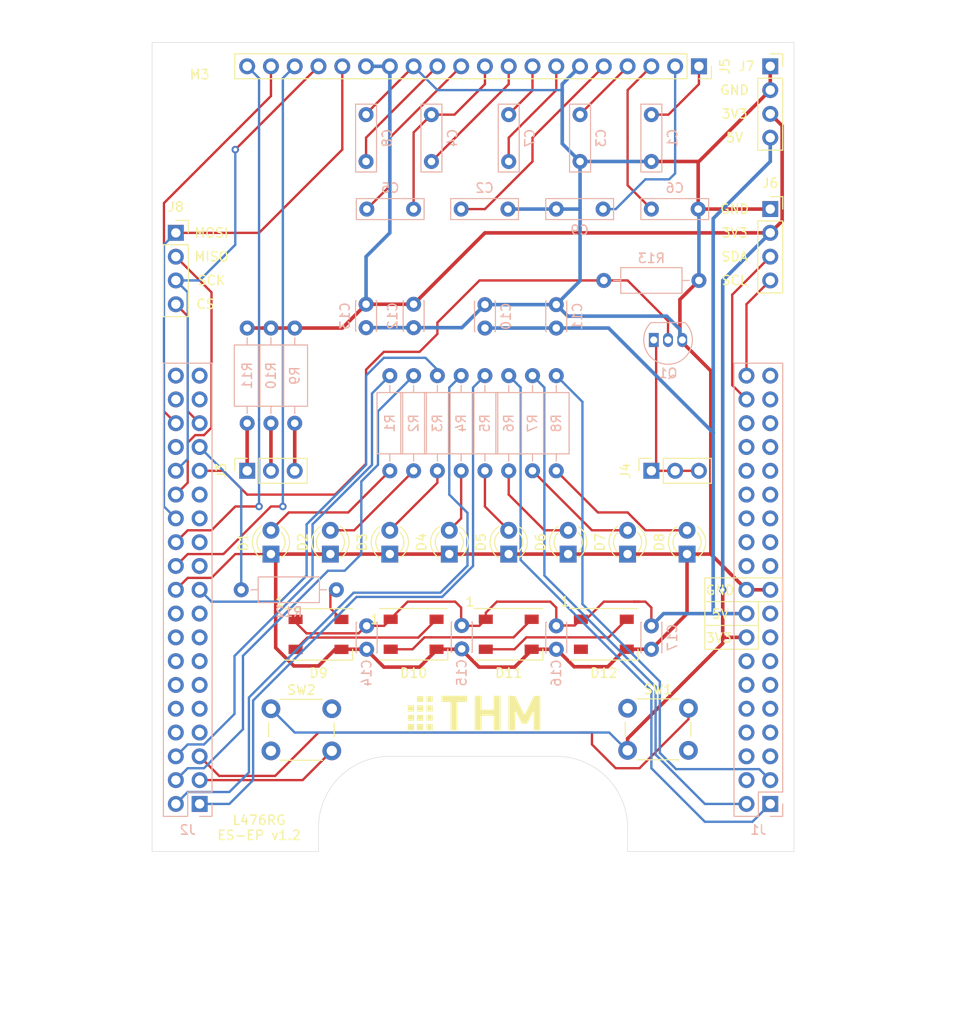
<source format=kicad_pcb>
(kicad_pcb (version 20221018) (generator pcbnew)
  (title_block (title "Embedded Systems Erweiterungsplatine") (date "2024-01-09") (rev "1.3") (company "Technische Hochschule Mittelhessen") (comment 1 "Pascal Pfeiffer"))
  (layers (0 "F.Cu" signal) (31 "B.Cu" signal) (34 "B.Paste" user) (35 "F.Paste" user) (36 "B.SilkS" user "B.Silkscreen") (37 "F.SilkS" user "F.Silkscreen") (38 "B.Mask" user) (39 "F.Mask" user) (44 "Edge.Cuts" user))
  (net 0 "")
  (net 1 "GND")
  (net 2 "Net-(C1-Pad2)")
  (net 3 "Net-(C2-Pad2)")
  (net 4 "Net-(C3-Pad2)")
  (net 5 "Net-(C4-Pad1)")
  (net 6 "Net-(C4-Pad2)")
  (net 7 "Net-(C5-Pad2)")
  (net 8 "Net-(C6-Pad2)")
  (net 9 "Net-(C7-Pad2)")
  (net 10 "Net-(C7-Pad1)")
  (net 11 "Net-(C8-Pad1)")
  (net 12 "Net-(C9-Pad2)")
  (net 13 "+5V")
  (net 14 "+3V3")
  (net 15 "Net-(D1-Pad2)")
  (net 16 "Net-(D2-Pad2)")
  (net 17 "Net-(D3-Pad2)")
  (net 18 "Net-(D4-Pad2)")
  (net 19 "Net-(D5-Pad2)")
  (net 20 "Net-(D6-Pad2)")
  (net 21 "Net-(D7-Pad2)")
  (net 22 "Net-(D8-Pad2)")
  (net 23 "Net-(D10-Pad4)")
  (net 24 "Net-(D9-Pad4)")
  (net 25 "Net-(D10-Pad2)")
  (net 26 "Net-(D11-Pad2)")
  (net 57 "/LED8")
  (net 58 "/LED7")
  (net 59 "/LED6")
  (net 60 "/LED5")
  (net 61 "/LED4")
  (net 62 "Net-(J2-Pad3)")
  (net 63 "/LED2")
  (net 64 "Net-(J2-Pad5)")
  (net 65 "/LED1")
  (net 78 "/LED3")
  (net 80 "/CD_Disp")
  (net 82 "/CS_Disp")
  (net 84 "/MOSI")
  (net 86 "/MISO")
  (net 87 "Net-(J2-Pad29)")
  (net 88 "/SCK")
  (net 89 "Net-(J2-Pad31)")
  (net 91 "/CS_Plug")
  (net 92 "/Rst_Disp")
  (net 97 "Net-(J3-Pad3)")
  (net 98 "Net-(J3-Pad2)")
  (net 99 "Net-(J3-Pad1)")
  (net 100 "Net-(J4-Pad1)")
  (net 101 "/SCL")
  (net 102 "/SDA")
  (footprint "Connector_PinSocket_2.54mm:PinSocket_1x03_P2.54mm_Vertical" (layer "F.Cu") (at 119.38 86.36 90)
    (fp_text reference "J3")
    (fp_text value "Backlight + (1-3)")
  )
  (footprint "Connector_PinSocket_2.54mm:PinSocket_1x03_P2.54mm_Vertical" (layer "F.Cu") (at 162.56 86.36 90)
    (fp_text reference "J4")
    (fp_text value "Backlight - (18-20)")
  )
  (footprint "LED_SMD:LED_WS2812B_PLCC4_5.0x5.0mm_P3.2mm" (layer "F.Cu") (at 137.16 103.81)
    (fp_text reference "D10")
    (fp_text value "WS2812B")
  )
  (footprint "Connector_PinSocket_2.54mm:PinSocket_1x04_P2.54mm_Vertical" (layer "F.Cu") (at 175.26 43.18)
    (fp_text reference "J7")
    (fp_text value "Power")
  )
  (footprint "LED_THT:LED_D3.0mm_Clear" (layer "F.Cu") (at 166.37 95.25 90)
    (fp_text reference "D8")
    (fp_text value "LED")
  )
  (footprint "LED_THT:LED_D3.0mm_Clear" (layer "F.Cu") (at 121.92 95.25 90)
    (fp_text reference "D1")
    (fp_text value "LED")
  )
  (footprint "LED_THT:LED_D3.0mm_Clear" (layer "F.Cu") (at 147.32 95.25 90)
    (fp_text reference "D5")
    (fp_text value "LED")
  )
  (footprint "LED_THT:LED_D3.0mm_Clear" (layer "F.Cu") (at 128.27 95.25 90)
    (fp_text reference "D2")
    (fp_text value "LED")
  )
  (footprint "LED_THT:LED_D3.0mm_Clear" (layer "F.Cu") (at 140.97 95.25 90)
    (fp_text reference "D4")
    (fp_text value "LED")
  )
  (footprint "LED_THT:LED_D3.0mm_Clear" (layer "F.Cu") (at 134.62 95.25 90)
    (fp_text reference "D3")
    (fp_text value "LED")
  )
  (footprint "LED_THT:LED_D3.0mm_Clear" (layer "F.Cu") (at 153.67 95.25 90)
    (fp_text reference "D6")
    (fp_text value "LED")
  )
  (footprint "LED_THT:LED_D3.0mm_Clear" (layer "F.Cu") (at 160.02 95.25 90)
    (fp_text reference "D7")
    (fp_text value "LED")
  )
  (footprint "LED_SMD:LED_WS2812B_PLCC4_5.0x5.0mm_P3.2mm" (layer "F.Cu") (at 157.48 103.81)
    (fp_text reference "D12")
    (fp_text value "WS2812B")
  )
  (footprint "Connector_PinSocket_2.54mm:PinSocket_1x20_P2.54mm_Vertical" (layer "F.Cu") (at 167.64 43.18 -90)
    (fp_text reference "J5")
    (fp_text value "Display")
  )
  (footprint "LED_SMD:LED_WS2812B_PLCC4_5.0x5.0mm_P3.2mm" (layer "F.Cu") (at 147.32 103.81)
    (fp_text reference "D11")
    (fp_text value "WS2812B")
  )
  (footprint "Connector_PinSocket_2.54mm:PinSocket_1x04_P2.54mm_Vertical" (layer "F.Cu") (at 175.26 58.42)
    (fp_text reference "J6")
    (fp_text value "I2C_Plug")
  )
  (footprint "LED_SMD:LED_WS2812B_PLCC4_5.0x5.0mm_P3.2mm" (layer "F.Cu") (at 127 103.8225)
    (fp_text reference "D9")
    (fp_text value "WS2812B")
  )
  (footprint "MountingHole:MountingHole_3.2mm_M3" (layer "F.Cu") (at 114.3 48.26)
    (fp_text reference "M3")
    (fp_text value "MountingHole_3.2mm_M3")
  )
  (footprint "Own_Logos:thm" (layer "F.Cu") (at 143.51 113.03)
    (fp_text reference "G***" hide)
    (fp_text value "LOGO" hide)
  )
  (footprint "Connector_PinSocket_2.54mm:PinSocket_1x04_P2.54mm_Vertical" (layer "F.Cu") (at 111.76 60.96)
    (fp_text reference "J8")
    (fp_text value "SPI_Plug")
  )
  (footprint "Button_Switch_THT:SW_PUSH_6mm_H5mm" (layer "F.Cu") (at 121.92 111.76)
    (fp_text reference "SW2")
    (fp_text value "SW_Push_Dual")
  )
  (footprint "Button_Switch_THT:SW_PUSH_6mm_H5mm" (layer "F.Cu") (at 160.02 111.705)
    (fp_text reference "SW1")
    (fp_text value "SW_Push_Dual")
  )
  (footprint "Resistor_THT:R_Axial_DIN0207_L6.3mm_D2.5mm_P10.16mm_Horizontal" (layer "B.Cu") (at 139.7 76.2 -90)
    (fp_text reference "R3")
    (fp_text value "220R")
  )
  (footprint "Resistor_THT:R_Axial_DIN0207_L6.3mm_D2.5mm_P10.16mm_Horizontal" (layer "B.Cu") (at 142.24 76.2 -90)
    (fp_text reference "R4")
    (fp_text value "220R")
  )
  (footprint "Resistor_THT:R_Axial_DIN0207_L6.3mm_D2.5mm_P10.16mm_Horizontal" (layer "B.Cu") (at 149.86 76.2 -90)
    (fp_text reference "R7")
    (fp_text value "220R")
  )
  (footprint "Capacitor_THT:C_Disc_D3.0mm_W2.0mm_P2.50mm" (layer "B.Cu") (at 152.4 105.41 90)
    (fp_text reference "C16")
    (fp_text value "100nF")
  )
  (footprint "Capacitor_THT:C_Rect_L7.0mm_W2.0mm_P5.00mm" (layer "B.Cu") (at 137.16 58.42 180)
    (fp_text reference "C5")
    (fp_text value "1uF")
  )
  (footprint "Capacitor_THT:C_Rect_L7.0mm_W2.0mm_P5.00mm" (layer "B.Cu") (at 147.24 58.42 180)
    (fp_text reference "C2")
    (fp_text value "1uF")
  )
  (footprint "Package_TO_SOT_THT:TO-92_Inline" (layer "B.Cu") (at 163.068 72.39)
    (fp_text reference "Q1")
    (fp_text value "BS170")
  )
  (footprint "Capacitor_THT:C_Rect_L7.0mm_W2.0mm_P5.00mm" (layer "B.Cu") (at 167.56 58.42 180)
    (fp_text reference "C6")
    (fp_text value "1uF")
  )
  (footprint "Connector_PinSocket_2.54mm:PinSocket_2x19_P2.54mm_Vertical" (layer "B.Cu") (at 175.26 121.92)
    (fp_text reference "J1")
    (fp_text value "CN7")
  )
  (footprint "Resistor_THT:R_Axial_DIN0207_L6.3mm_D2.5mm_P10.16mm_Horizontal" (layer "B.Cu") (at 121.92 71.12 -90)
    (fp_text reference "R10")
    (fp_text value "47R")
  )
  (footprint "Resistor_THT:R_Axial_DIN0207_L6.3mm_D2.5mm_P10.16mm_Horizontal" (layer "B.Cu") (at 124.46 71.12 -90)
    (fp_text reference "R9")
    (fp_text value "47R")
  )
  (footprint "Resistor_THT:R_Axial_DIN0207_L6.3mm_D2.5mm_P10.16mm_Horizontal" (layer "B.Cu") (at 137.16 76.2 -90)
    (fp_text reference "R2")
    (fp_text value "220R")
  )
  (footprint "Resistor_THT:R_Axial_DIN0207_L6.3mm_D2.5mm_P10.16mm_Horizontal" (layer "B.Cu") (at 147.32 76.2 -90)
    (fp_text reference "R6")
    (fp_text value "220R")
  )
  (footprint "Connector_PinSocket_2.54mm:PinSocket_2x19_P2.54mm_Vertical" (layer "B.Cu") (at 114.3 121.92)
    (fp_text reference "J2")
    (fp_text value "CN10")
  )
  (footprint "Capacitor_THT:C_Disc_D3.0mm_W2.0mm_P2.50mm" (layer "B.Cu") (at 162.56 105.41 90)
    (fp_text reference "C17")
    (fp_text value "100nF")
  )
  (footprint "Resistor_THT:R_Axial_DIN0207_L6.3mm_D2.5mm_P10.16mm_Horizontal" (layer "B.Cu") (at 167.64 66.04 180)
    (fp_text reference "R13")
    (fp_text value "100K")
  )
  (footprint "Capacitor_THT:C_Disc_D3.0mm_W2.0mm_P2.50mm" (layer "B.Cu") (at 142.3035 105.37 90)
    (fp_text reference "C15")
    (fp_text value "100nF")
  )
  (footprint "Resistor_THT:R_Axial_DIN0207_L6.3mm_D2.5mm_P10.16mm_Horizontal" (layer "B.Cu") (at 144.78 76.2 -90)
    (fp_text reference "R5")
    (fp_text value "220R")
  )
  (footprint "Resistor_THT:R_Axial_DIN0207_L6.3mm_D2.5mm_P10.16mm_Horizontal" (layer "B.Cu") (at 118.745 99.06)
    (fp_text reference "R12")
    (fp_text value "470R")
  )
  (footprint "Capacitor_THT:C_Disc_D3.0mm_W2.0mm_P2.50mm" (layer "B.Cu") (at 132.08 68.58 -90)
    (fp_text reference "C13")
    (fp_text value "100nF")
  )
  (footprint "Capacitor_THT:C_Disc_D3.0mm_W2.0mm_P2.50mm" (layer "B.Cu") (at 137.16 68.58 -90)
    (fp_text reference "C12")
    (fp_text value "100nF")
  )
  (footprint "Capacitor_THT:C_Rect_L7.0mm_W2.0mm_P5.00mm" (layer "B.Cu") (at 162.56 53.34 90)
    (fp_text reference "C1")
    (fp_text value "1uF")
  )
  (footprint "Capacitor_THT:C_Rect_L7.0mm_W2.0mm_P5.00mm" (layer "B.Cu") (at 154.94 53.34 90)
    (fp_text reference "C3")
    (fp_text value "1uF")
  )
  (footprint "Capacitor_THT:C_Rect_L7.0mm_W2.0mm_P5.00mm" (layer "B.Cu") (at 139.065 53.34 90)
    (fp_text reference "C4")
    (fp_text value "1uF")
  )
  (footprint "Capacitor_THT:C_Rect_L7.0mm_W2.0mm_P5.00mm" (layer "B.Cu") (at 132.08 53.34 90)
    (fp_text reference "C8")
    (fp_text value "1uF")
  )
  (footprint "Capacitor_THT:C_Rect_L7.0mm_W2.0mm_P5.00mm" (layer "B.Cu") (at 147.32 53.34 90)
    (fp_text reference "C7")
    (fp_text value "1uF")
  )
  (footprint "Capacitor_THT:C_Rect_L7.0mm_W2.0mm_P5.00mm" (layer "B.Cu") (at 152.4 58.42)
    (fp_text reference "C9")
    (fp_text value "1uF")
  )
  (footprint "Capacitor_THT:C_Disc_D3.0mm_W2.0mm_P2.50mm" (layer "B.Cu") (at 152.4 71.12 90)
    (fp_text reference "C11")
    (fp_text value "100nF")
  )
  (footprint "Capacitor_THT:C_Disc_D3.0mm_W2.0mm_P2.50mm" (layer "B.Cu") (at 132.1435 105.41 90)
    (fp_text reference "C14")
    (fp_text value "100nF")
  )
  (footprint "Resistor_THT:R_Axial_DIN0207_L6.3mm_D2.5mm_P10.16mm_Horizontal" (layer "B.Cu") (at 134.62 76.2 -90)
    (fp_text reference "R1")
    (fp_text value "220R")
  )
  (footprint "Resistor_THT:R_Axial_DIN0207_L6.3mm_D2.5mm_P10.16mm_Horizontal" (layer "B.Cu") (at 152.4 76.2 -90)
    (fp_text reference "R8")
    (fp_text value "220R")
  )
  (footprint "Capacitor_THT:C_Disc_D3.0mm_W2.0mm_P2.50mm" (layer "B.Cu") (at 144.78 71.12 90)
    (fp_text reference "C10")
    (fp_text value "100nF")
  )
  (footprint "Resistor_THT:R_Axial_DIN0207_L6.3mm_D2.5mm_P10.16mm_Horizontal" (layer "B.Cu") (at 119.38 71.12 -90)
    (fp_text reference "R11")
    (fp_text value "47R")
  )
  (gr_line (start 176.53 97.79) (end 168.275 97.79) (stroke (width 0.12)) (layer "F.SilkS"))
  (gr_line (start 168.275 97.79) (end 168.275 100.33) (stroke (width 0.12)) (layer "F.SilkS"))
  (gr_line (start 168.275 100.33) (end 168.91 100.33) (stroke (width 0.12)) (layer "F.SilkS"))
  (gr_line (start 173.99 105.41) (end 168.275 105.41) (stroke (width 0.12)) (layer "F.SilkS"))
  (gr_line (start 168.275 102.87) (end 173.99 102.87) (stroke (width 0.12)) (layer "F.SilkS"))
  (gr_line (start 168.275 100.33) (end 168.275 102.87) (stroke (width 0.12)) (layer "F.SilkS"))
  (gr_line (start 173.99 102.87) (end 173.99 105.41) (stroke (width 0.12)) (layer "F.SilkS"))
  (gr_line (start 173.99 102.87) (end 173.99 100.33) (stroke (width 0.12)) (layer "F.SilkS"))
  (gr_line (start 176.53 100.33) (end 168.91 100.33) (stroke (width 0.12)) (layer "F.SilkS"))
  (gr_line (start 176.53 97.79) (end 176.53 100.33) (stroke (width 0.12)) (layer "F.SilkS"))
  (gr_line (start 168.275 105.41) (end 168.275 102.87) (stroke (width 0.12)) (layer "F.SilkS"))
  (gr_line (start 127 127) (end 127 124.46) (stroke (width 0.05)) (layer "Edge.Cuts"))
  (gr_line (start 177.8 40.64) (end 109.22 40.64) (stroke (width 0.05)) (layer "Edge.Cuts"))
  (gr_line (start 177.8 127) (end 177.8 40.64) (stroke (width 0.05)) (layer "Edge.Cuts"))
  (gr_arc (start 152.4 116.84) (mid 157.788154 119.071846) (end 160.02 124.46) (stroke (width 0.05)) (layer "Edge.Cuts"))
  (gr_line (start 177.8 127) (end 165.1 127) (stroke (width 0.05)) (layer "Edge.Cuts"))
  (gr_line (start 109.22 121.92) (end 109.22 127) (stroke (width 0.05)) (layer "Edge.Cuts"))
  (gr_arc (start 127 124.46) (mid 129.231846 119.071846) (end 134.62 116.84) (stroke (width 0.05)) (layer "Edge.Cuts"))
  (gr_line (start 109.22 127) (end 127 127) (stroke (width 0.05)) (layer "Edge.Cuts"))
  (gr_line (start 109.22 121.92) (end 109.22 40.64) (stroke (width 0.05)) (layer "Edge.Cuts"))
  (gr_line (start 165.1 127) (end 162.56 127) (stroke (width 0.05)) (layer "Edge.Cuts"))
  (gr_line (start 134.62 116.84) (end 152.4 116.84) (stroke (width 0.05)) (layer "Edge.Cuts"))
  (gr_line (start 160.02 127) (end 160.02 124.46) (stroke (width 0.05)) (layer "Edge.Cuts"))
  (gr_line (start 162.56 127) (end 160.02 127) (stroke (width 0.05)) (layer "Edge.Cuts"))
  (gr_text "5V" (at 171.45 50.8) (layer "F.SilkS") (effects (font (size 1 1))))
  (gr_text "L476RG\nES-EP v1.2" (at 120.65 124.46) (layer "F.SilkS") (effects (font (size 1 1))))
  (gr_text "3V3" (at 171.45 48.26) (layer "F.SilkS") (effects (font (size 1 1))))
  (gr_text "MOSI" (at 115.57 60.96) (layer "F.SilkS") (effects (font (size 1 1))))
  (gr_text "MISO" (at 115.57 63.5) (layer "F.SilkS") (effects (font (size 1 1))))
  (gr_text "GND" (at 171.45 45.72) (layer "F.SilkS") (effects (font (size 1 1))))
  (gr_text "5V" (at 168.91 102.235) (layer "F.SilkS") (effects (font (size 1 1)) (justify left bottom)))
  (gr_text "3V3" (at 171.45 60.96) (layer "F.SilkS") (effects (font (size 1 1))))
  (gr_text "SCL" (at 171.45 66.04) (layer "F.SilkS") (effects (font (size 1 1))))
  (gr_text "CS" (at 114.935 68.58) (layer "F.SilkS") (effects (font (size 1 1))))
  (gr_text "GND" (at 168.275 99.695) (layer "F.SilkS") (effects (font (size 1 1)) (justify left bottom)))
  (gr_text "3V3" (at 168.275 104.775) (layer "F.SilkS") (effects (font (size 1 1)) (justify left bottom)))
  (gr_text "SCK" (at 115.57 66.04) (layer "F.SilkS") (effects (font (size 1 1))))
  (gr_text "SDA" (at 171.45 63.5) (layer "F.SilkS") (effects (font (size 1 1))))
  (gr_text "GND" (at 171.45 58.42) (layer "F.SilkS") (effects (font (size 1 1))))
  (segment (start 129.45 105.4225) (end 128.7655 105.4225) (width 0.381) (layer "F.Cu") (net 1))
  (segment (start 166.37 95.25) (end 160.02 95.25) (width 0.381) (layer "F.Cu") (net 1))
  (segment (start 122.428 95.758) (end 121.92 95.25) (width 0.381) (layer "F.Cu") (net 1))
  (segment (start 133.985 107.315) (end 132.08 105.41) (width 0.381) (layer "F.Cu") (net 1))
  (segment (start 139.61 105.41) (end 139.61 105.5) (width 0.381) (layer "F.Cu") (net 1))
  (segment (start 162.56 53.34) (end 167.48 53.34) (width 0.381) (layer "F.Cu") (net 1))
  (segment (start 147.955 107.315) (end 144.145 107.315) (width 0.381) (layer "F.Cu") (net 1))
  (segment (start 149.77 105.41) (end 149.86 105.41) (width 0.25) (layer "F.Cu") (net 1))
  (segment (start 118.11 95.25) (end 121.92 95.25) (width 0.25) (layer "F.Cu") (net 1))
  (segment (start 149.77 105.5) (end 147.955 107.315) (width 0.381) (layer "F.Cu") (net 1))
  (segment (start 132.08 48.26) (end 132.08 48.3) (width 0.25) (layer "F.Cu") (net 1))
  (segment (start 166.37 95.25) (end 166.37 101.6) (width 0.381) (layer "F.Cu") (net 1))
  (segment (start 166.37 95.25) (end 168.91 95.25) (width 0.381) (layer "F.Cu") (net 1))
  (segment (start 175.26 58.42) (end 167.56 58.42) (width 0.381) (layer "F.Cu") (net 1))
  (segment (start 160.02 95.25) (end 153.67 95.25) (width 0.381) (layer "F.Cu") (net 1))
  (segment (start 144.145 107.315) (end 142.24 105.41) (width 0.381) (layer "F.Cu") (net 1))
  (segment (start 111.76 99.06) (end 113.03 97.79) (width 0.25) (layer "F.Cu") (net 1))
  (segment (start 134.62 95.25) (end 128.27 95.25) (width 0.381) (layer "F.Cu") (net 1))
  (segment (start 115.57 97.79) (end 118.11 95.25) (width 0.25) (layer "F.Cu") (net 1))
  (segment (start 166.37 101.6) (end 162.56 105.41) (width 0.381) (layer "F.Cu") (net 1))
  (segment (start 152.4 105.37) (end 154.305 107.275) (width 0.381) (layer "F.Cu") (net 1))
  (segment (start 137.16 43.18) (end 132.08 48.26) (width 0.25) (layer "F.Cu") (net 1))
  (segment (start 149.77 105.41) (end 152.36 105.41) (width 0.381) (layer "F.Cu") (net 1))
  (segment (start 142.24 105.41) (end 139.61 105.41) (width 0.381) (layer "F.Cu") (net 1))
  (segment (start 137.795 107.315) (end 133.985 107.315) (width 0.381) (layer "F.Cu") (net 1))
  (segment (start 175.26 99.06) (end 172.72 99.06) (width 0.381) (layer "F.Cu") (net 1))
  (segment (start 127 107.188) (end 124.362598 107.188) (width 0.381) (layer "F.Cu") (net 1))
  (segment (start 147.32 95.25) (end 140.97 95.25) (width 0.381) (layer "F.Cu") (net 1))
  (segment (start 124.362598 107.188) (end 122.428 105.253402) (width 0.381) (layer "F.Cu") (net 1))
  (segment (start 113.03 97.79) (end 115.57 97.79) (width 0.25) (layer "F.Cu") (net 1))
  (segment (start 168.91 95.25) (end 168.91 75.692) (width 0.381) (layer "F.Cu") (net 1))
  (segment (start 122.428 105.253402) (end 122.428 95.758) (width 0.381) (layer "F.Cu") (net 1))
  (segment (start 153.67 95.25) (end 147.32 95.25) (width 0.381) (layer "F.Cu") (net 1))
  (segment (start 168.91 75.692) (end 165.608 72.39) (width 0.381) (layer "F.Cu") (net 1))
  (segment (start 162.56 105.41) (end 159.93 105.41) (width 0.381) (layer "F.Cu") (net 1))
  (segment (start 165.608 72.39) (end 165.608 68.072) (width 0.381) (layer "F.Cu") (net 1))
  (segment (start 152.36 105.41) (end 152.4 105.37) (width 0.381) (layer "F.Cu") (net 1))
  (segment (start 167.48 53.34) (end 167.56 53.42) (width 0.381) (layer "F.Cu") (net 1))
  (segment (start 128.27 95.25) (end 121.92 95.25) (width 0.381) (layer "F.Cu") (net 1))
  (segment (start 149.77 105.41) (end 149.77 105.5) (width 0.381) (layer "F.Cu") (net 1))
  (segment (start 159.766 105.41) (end 159.93 105.41) (width 0.381) (layer "F.Cu") (net 1))
  (segment (start 165.608 68.072) (end 167.64 66.04) (width 0.381) (layer "F.Cu") (net 1))
  (segment (start 167.56 58.42) (end 167.56 53.42) (width 0.381) (layer "F.Cu") (net 1))
  (segment (start 167.56 53.42) (end 175.26 45.72) (width 0.381) (layer "F.Cu") (net 1))
  (segment (start 175.26 45.72) (end 175.26 43.18) (width 0.381) (layer "F.Cu") (net 1))
  (segment (start 154.305 107.275) (end 157.901 107.275) (width 0.381) (layer "F.Cu") (net 1))
  (segment (start 132.08 105.41) (end 129.4625 105.41) (width 0.381) (layer "F.Cu") (net 1))
  (segment (start 157.901 107.275) (end 159.766 105.41) (width 0.381) (layer "F.Cu") (net 1))
  (segment (start 140.97 95.25) (end 134.62 95.25) (width 0.381) (layer "F.Cu") (net 1))
  (segment (start 129.4625 105.41) (end 129.45 105.4225) (width 0.381) (layer "F.Cu") (net 1))
  (segment (start 172.72 99.06) (end 168.91 95.25) (width 0.381) (layer "F.Cu") (net 1))
  (segment (start 128.7655 105.4225) (end 127 107.188) (width 0.381) (layer "F.Cu") (net 1))
  (segment (start 139.61 105.5) (end 137.795 107.315) (width 0.381) (layer "F.Cu") (net 1))
  (segment (start 152.4 45.72) (end 139.7 45.72) (width 0.25) (layer "B.Cu") (net 1))
  (segment (start 153.63 69.85) (end 152.4 68.62) (width 0.381) (layer "B.Cu") (net 1))
  (segment (start 165.608 72.39) (end 165.608 71.259) (width 0.381) (layer "B.Cu") (net 1))
  (segment (start 154.94 58.42) (end 152.4 58.42) (width 0.381) (layer "B.Cu") (net 1))
  (segment (start 154.94 53.34) (end 154.94 58.42) (width 0.381) (layer "B.Cu") (net 1))
  (segment (start 152.4 68.62) (end 154.94 66.08) (width 0.381) (layer "B.Cu") (net 1))
  (segment (start 154.94 53.34) (end 153.035 51.435) (width 0.381) (layer "B.Cu") (net 1))
  (segment (start 139.7 45.72) (end 137.16 43.18) (width 0.25) (layer "B.Cu") (net 1))
  (segment (start 142.32 71.08) (end 144.78 68.62) (width 0.381) (layer "B.Cu") (net 1))
  (segment (start 154.94 66.08) (end 154.94 58.42) (width 0.381) (layer "B.Cu") (net 1))
  (segment (start 153.035 45.085) (end 154.94 43.18) (width 0.381) (layer "B.Cu") (net 1))
  (segment (start 165.608 71.259) (end 164.199 69.85) (width 0.381) (layer "B.Cu") (net 1))
  (segment (start 162.56 53.34) (end 160.02 53.34) (width 0.381) (layer "B.Cu") (net 1))
  (segment (start 154.94 53.34) (end 160.02 53.34) (width 0.381) (layer "B.Cu") (net 1))
  (segment (start 167.64 58.34) (end 167.56 58.42) (width 0.381) (layer "B.Cu") (net 1))
  (segment (start 152.4 68.62) (end 144.78 68.62) (width 0.381) (layer "B.Cu") (net 1))
  (segment (start 147.24 58.42) (end 152.4 58.42) (width 0.381) (layer "B.Cu") (net 1))
  (segment (start 153.035 51.435) (end 153.035 45.72) (width 0.381) (layer "B.Cu") (net 1))
  (segment (start 152.4 45.72) (end 153.035 45.72) (width 0.25) (layer "B.Cu") (net 1))
  (segment (start 167.64 66.04) (end 167.64 58.5) (width 0.381) (layer "B.Cu") (net 1))
  (segment (start 153.035 45.72) (end 153.035 45.085) (width 0.381) (layer "B.Cu") (net 1))
  (segment (start 137.16 71.08) (end 142.32 71.08) (width 0.381) (layer "B.Cu") (net 1))
  (segment (start 167.64 58.5) (end 167.56 58.42) (width 0.381) (layer "B.Cu") (net 1))
  (segment (start 132.08 71.08) (end 137.16 71.08) (width 0.381) (layer "B.Cu") (net 1))
  (segment (start 164.199 69.85) (end 153.63 69.85) (width 0.381) (layer "B.Cu") (net 1))
  (segment (start 162.56 48.34) (end 164.385 48.34) (width 0.25) (layer "F.Cu") (net 2))
  (segment (start 167.64 45.085) (end 167.64 43.18) (width 0.25) (layer "F.Cu") (net 2))
  (segment (start 164.385 48.34) (end 167.64 45.085) (width 0.25) (layer "F.Cu") (net 2))
  (segment (start 167.64 43.22) (end 167.64 43.18) (width 0.25) (layer "B.Cu") (net 2))
  (segment (start 157.48 43.18) (end 149.9 50.76) (width 0.25) (layer "F.Cu") (net 3))
  (segment (start 144.78 58.42) (end 149.86 53.34) (width 0.25) (layer "F.Cu") (net 3))
  (segment (start 149.86 53.34) (end 149.86 50.8) (width 0.25) (layer "F.Cu") (net 3))
  (segment (start 149.86 50.8) (end 149.9 50.76) (width 0.25) (layer "F.Cu") (net 3))
  (segment (start 142.24 58.42) (end 144.78 58.42) (width 0.25) (layer "F.Cu") (net 3))
  (segment (start 160.02 43.22) (end 160.02 43.18) (width 0.25) (layer "F.Cu") (net 4))
  (segment (start 154.94 48.3) (end 160.02 43.22) (width 0.25) (layer "F.Cu") (net 4))
  (segment (start 139.065 53.34) (end 141.605 50.8) (width 0.25) (layer "F.Cu") (net 5))
  (segment (start 141.605 50.8) (end 147.32 45.085) (width 0.25) (layer "F.Cu") (net 5))
  (segment (start 147.32 43.18) (end 147.32 45.085) (width 0.25) (layer "F.Cu") (net 5))
  (segment (start 137.16 58.42) (end 137.16 50.245) (width 0.25) (layer "F.Cu") (net 6))
  (segment (start 144.78 43.18) (end 144.78 45.085) (width 0.25) (layer "F.Cu") (net 6))
  (segment (start 144.78 45.085) (end 141.525 48.34) (width 0.25) (layer "F.Cu") (net 6))
  (segment (start 141.525 48.34) (end 139.065 48.34) (width 0.25) (layer "F.Cu") (net 6))
  (segment (start 137.16 50.245) (end 139.065 48.34) (width 0.25) (layer "F.Cu") (net 6))
  (segment (start 134.66 50.76) (end 134.66 55.84) (width 0.25) (layer "F.Cu") (net 7))
  (segment (start 134.66 55.92) (end 134.66 55.84) (width 0.25) (layer "F.Cu") (net 7))
  (segment (start 132.16 58.42) (end 134.66 55.92) (width 0.25) (layer "F.Cu") (net 7))
  (segment (start 142.24 43.18) (end 134.66 50.76) (width 0.25) (layer "F.Cu") (net 7))
  (segment (start 134.66 55.84) (end 134.66 55.88) (width 0.25) (layer "F.Cu") (net 7))
  (segment (start 160.02 50.8) (end 160.02 45.72) (width 0.25) (layer "F.Cu") (net 8))
  (segment (start 162.56 58.42) (end 160.02 55.88) (width 0.25) (layer "F.Cu") (net 8))
  (segment (start 160.02 55.88) (end 160.02 50.8) (width 0.25) (layer "F.Cu") (net 8))
  (segment (start 160.02 45.72) (end 162.56 43.18) (width 0.25) (layer "F.Cu") (net 8))
  (segment (start 149.86 45.76) (end 149.86 43.18) (width 0.25) (layer "F.Cu") (net 9))
  (segment (start 147.32 48.3) (end 149.86 45.76) (width 0.25) (layer "F.Cu") (net 9))
  (segment (start 147.32 50.8) (end 152.4 45.72) (width 0.25) (layer "F.Cu") (net 10))
  (segment (start 147.32 50.8) (end 147.32 53.34) (width 0.25) (layer "F.Cu") (net 10))
  (segment (start 152.4 45.72) (end 152.4 43.18) (width 0.25) (layer "F.Cu") (net 10))
  (segment (start 132.08 53.34) (end 132.08 50.8) (width 0.25) (layer "F.Cu") (net 11))
  (segment (start 139.7 43.18) (end 132.08 50.8) (width 0.25) (layer "F.Cu") (net 11))
  (segment (start 165.1 54.61) (end 165.1 43.18) (width 0.25) (layer "B.Cu") (net 12))
  (segment (start 164.465 55.245) (end 165.1 54.61) (width 0.25) (layer "B.Cu") (net 12))
  (segment (start 158.75 58.42) (end 161.925 55.245) (width 0.25) (layer "B.Cu") (net 12))
  (segment (start 157.4 58.42) (end 158.75 58.42) (width 0.25) (layer "B.Cu") (net 12))
  (segment (start 161.925 55.245) (end 164.465 55.245) (width 0.25) (layer "B.Cu") (net 12))
  (segment (start 152.234999 103.035001) (end 152.4 102.87) (width 0.25) (layer "F.Cu") (net 13))
  (segment (start 172.68 101.64) (end 172.72 101.6) (width 0.25) (layer "F.Cu") (net 13))
  (segment (start 160.655 100.33) (end 161.29 100.33) (width 0.25) (layer "F.Cu") (net 13))
  (segment (start 146.05 100.33) (end 151.765 100.33) (width 0.25) (layer "F.Cu") (net 13))
  (segment (start 152.4 100.965) (end 152.4 102.87) (width 0.25) (layer "F.Cu") (net 13))
  (segment (start 144.87 101.51) (end 146.05 100.33) (width 0.25) (layer "F.Cu") (net 13))
  (segment (start 134.71 102.145) (end 136.525 100.33) (width 0.25) (layer "F.Cu") (net 13))
  (segment (start 144.87 102.21) (end 144.87 101.51) (width 0.25) (layer "F.Cu") (net 13))
  (segment (start 134.71 102.21) (end 134.71 102.145) (width 0.25) (layer "F.Cu") (net 13))
  (segment (start 157.48 100.33) (end 160.655 100.33) (width 0.25) (layer "F.Cu") (net 13))
  (segment (start 134.01 102.91) (end 134.71 102.21) (width 0.25) (layer "F.Cu") (net 13))
  (segment (start 162.56 100.965) (end 161.925 100.33) (width 0.25) (layer "F.Cu") (net 13))
  (segment (start 155.03 102.21) (end 155.6 102.21) (width 0.25) (layer "F.Cu") (net 13))
  (segment (start 144.17 102.91) (end 144.87 102.21) (width 0.25) (layer "F.Cu") (net 13))
  (segment (start 154.37 102.87) (end 155.03 102.21) (width 0.25) (layer "F.Cu") (net 13))
  (segment (start 136.525 100.33) (end 141.605 100.33) (width 0.25) (layer "F.Cu") (net 13))
  (segment (start 161.925 100.33) (end 160.655 100.33) (width 0.25) (layer "F.Cu") (net 13))
  (segment (start 125.719999 103.709999) (end 131.280001 103.709999) (width 0.25) (layer "F.Cu") (net 13))
  (segment (start 124.55 102.54) (end 125.719999 103.709999) (width 0.25) (layer "F.Cu") (net 13))
  (segment (start 162.434999 103.035001) (end 162.56 102.91) (width 0.25) (layer "F.Cu") (net 13))
  (segment (start 132.08 102.91) (end 134.01 102.91) (width 0.25) (layer "F.Cu") (net 13))
  (segment (start 142.24 100.965) (end 142.24 102.91) (width 0.25) (layer "F.Cu") (net 13))
  (segment (start 155.6 102.21) (end 157.48 100.33) (width 0.25) (layer "F.Cu") (net 13))
  (segment (start 141.605 100.33) (end 142.24 100.965) (width 0.25) (layer "F.Cu") (net 13))
  (segment (start 151.765 100.33) (end 152.4 100.965) (width 0.25) (layer "F.Cu") (net 13))
  (segment (start 152.4 102.87) (end 154.37 102.87) (width 0.25) (layer "F.Cu") (net 13))
  (segment (start 162.56 102.91) (end 162.56 100.965) (width 0.25) (layer "F.Cu") (net 13))
  (segment (start 131.280001 103.709999) (end 132.08 102.91) (width 0.25) (layer "F.Cu") (net 13))
  (segment (start 142.24 102.91) (end 144.17 102.91) (width 0.25) (layer "F.Cu") (net 13))
  (segment (start 144.78 71.12) (end 152.4 71.12) (width 0.381) (layer "B.Cu") (net 13))
  (segment (start 169.164 101.6) (end 163.87 101.6) (width 0.381) (layer "B.Cu") (net 13))
  (segment (start 169.164 101.6) (end 169.164 82.296) (width 0.381) (layer "B.Cu") (net 13))
  (segment (start 157.988 71.12) (end 169.164 82.296) (width 0.381) (layer "B.Cu") (net 13))
  (segment (start 169.164 59.436) (end 175.26 53.34) (width 0.381) (layer "B.Cu") (net 13))
  (segment (start 152.4 71.12) (end 157.988 71.12) (width 0.381) (layer "B.Cu") (net 13))
  (segment (start 169.164 61.214) (end 169.164 59.436) (width 0.381) (layer "B.Cu") (net 13))
  (segment (start 175.26 53.34) (end 175.26 50.8) (width 0.381) (layer "B.Cu") (net 13))
  (segment (start 172.72 101.6) (end 169.164 101.6) (width 0.381) (layer "B.Cu") (net 13))
  (segment (start 169.164 82.296) (end 169.164 81.026) (width 0.381) (layer "B.Cu") (net 13))
  (segment (start 163.87 101.6) (end 162.56 102.91) (width 0.381) (layer "B.Cu") (net 13))
  (segment (start 169.164 81.026) (end 169.164 61.214) (width 0.381) (layer "B.Cu") (net 13))
  (segment (start 170.18 99.06) (end 170.18 99.06) (width 0.381) (layer "F.Cu") (net 14))
  (segment (start 160.02 114.935) (end 170.18 104.775) (width 0.381) (layer "F.Cu") (net 14))
  (segment (start 170.18 102.87) (end 170.18 99.06) (width 0.381) (layer "F.Cu") (net 14))
  (segment (start 176.53 49.53) (end 175.26 48.26) (width 0.381) (layer "F.Cu") (net 14))
  (segment (start 129.54 71.12) (end 132.08 68.58) (width 0.381) (layer "F.Cu") (net 14))
  (segment (start 137.16 68.58) (end 144.78 60.96) (width 0.381) (layer "F.Cu") (net 14))
  (segment (start 119.38 71.12) (end 121.92 71.12) (width 0.381) (layer "F.Cu") (net 14))
  (segment (start 160.02 116.26) (end 160.02 114.935) (width 0.381) (layer "F.Cu") (net 14))
  (segment (start 124.46 71.12) (end 129.54 71.12) (width 0.381) (layer "F.Cu") (net 14))
  (segment (start 170.18 104.14) (end 170.18 104.775) (width 0.381) (layer "F.Cu") (net 14))
  (segment (start 170.18 102.87) (end 170.18 104.14) (width 0.381) (layer "F.Cu") (net 14))
  (segment (start 175.26 60.96) (end 176.53 59.69) (width 0.381) (layer "F.Cu") (net 14))
  (segment (start 132.08 68.58) (end 137.16 68.58) (width 0.381) (layer "F.Cu") (net 14))
  (segment (start 172.72 104.14) (end 170.18 104.14) (width 0.381) (layer "F.Cu") (net 14))
  (segment (start 160.02 115.57) (end 160.02 116.26) (width 0.381) (layer "F.Cu") (net 14))
  (segment (start 124.46 71.12) (end 121.92 71.12) (width 0.381) (layer "F.Cu") (net 14))
  (segment (start 176.53 59.69) (end 176.53 49.53) (width 0.381) (layer "F.Cu") (net 14))
  (segment (start 175.26 60.96) (end 144.78 60.96) (width 0.381) (layer "F.Cu") (net 14))
  (via (at 170.18 99.06) (size 0.8) (drill 0.4) (layers "F.Cu" "B.Cu") (net 14))
  (segment (start 170.18 66.04) (end 175.26 60.96) (width 0.381) (layer "B.Cu") (net 14))
  (segment (start 170.18 99.06) (end 170.18 66.04) (width 0.381) (layer "B.Cu") (net 14))
  (segment (start 132.08 63.5) (end 134.62 60.96) (width 0.381) (layer "B.Cu") (net 14))
  (segment (start 124.46 114.3) (end 158.06 114.3) (width 0.25) (layer "B.Cu") (net 14))
  (segment (start 132.08 68.58) (end 132.08 63.5) (width 0.381) (layer "B.Cu") (net 14))
  (segment (start 134.62 60.96) (end 134.62 43.18) (width 0.381) (layer "B.Cu") (net 14))
  (segment (start 134.62 43.18) (end 132.08 43.18) (width 0.381) (layer "B.Cu") (net 14))
  (segment (start 121.92 111.76) (end 124.46 114.3) (width 0.25) (layer "B.Cu") (net 14))
  (segment (start 158.06 114.3) (end 160.02 116.26) (width 0.25) (layer "B.Cu") (net 14))
  (segment (start 130.175 90.805) (end 123.825 90.805) (width 0.25) (layer "F.Cu") (net 15))
  (segment (start 123.825 90.805) (end 121.92 92.71) (width 0.25) (layer "F.Cu") (net 15))
  (segment (start 134.62 86.36) (end 130.175 90.805) (width 0.25) (layer "F.Cu") (net 15))
  (segment (start 130.81 92.71) (end 128.27 92.71) (width 0.25) (layer "F.Cu") (net 16))
  (segment (start 137.16 86.36) (end 130.81 92.71) (width 0.25) (layer "F.Cu") (net 16))
  (segment (start 139.7 87.63) (end 139.7 86.36) (width 0.25) (layer "F.Cu") (net 17))
  (segment (start 134.62 92.71) (end 139.7 87.63) (width 0.25) (layer "F.Cu") (net 17))
  (segment (start 142.24 86.36) (end 142.24 91.44) (width 0.25) (layer "F.Cu") (net 18))
  (segment (start 142.24 91.44) (end 140.97 92.71) (width 0.25) (layer "F.Cu") (net 18))
  (segment (start 144.78 86.36) (end 144.78 90.17) (width 0.25) (layer "F.Cu") (net 19))
  (segment (start 144.78 90.17) (end 147.32 92.71) (width 0.25) (layer "F.Cu") (net 19))
  (segment (start 147.32 86.36) (end 147.32 88.9) (width 0.25) (layer "F.Cu") (net 20))
  (segment (start 147.32 88.9) (end 151.13 92.71) (width 0.25) (layer "F.Cu") (net 20))
  (segment (start 151.13 92.71) (end 153.67 92.71) (width 0.25) (layer "F.Cu") (net 20))
  (segment (start 158.75 92.71) (end 160.02 92.71) (width 0.25) (layer "F.Cu") (net 21))
  (segment (start 156.21 92.71) (end 160.02 92.71) (width 0.25) (layer "F.Cu") (net 21))
  (segment (start 149.86 86.36) (end 156.21 92.71) (width 0.25) (layer "F.Cu") (net 21))
  (segment (start 166.37 92.71) (end 161.925 92.71) (width 0.25) (layer "F.Cu") (net 22))
  (segment (start 161.925 92.71) (end 160.02 90.805) (width 0.25) (layer "F.Cu") (net 22))
  (segment (start 156.845 90.805) (end 152.4 86.36) (width 0.25) (layer "F.Cu") (net 22))
  (segment (start 160.02 90.805) (end 156.845 90.805) (width 0.25) (layer "F.Cu") (net 22))
  (segment (start 125.812523 104.159977) (end 137.660023 104.159977) (width 0.249936) (layer "F.Cu") (net 23))
  (segment (start 137.660023 104.159977) (end 139.61 102.21) (width 0.249936) (layer "F.Cu") (net 23))
  (segment (start 124.55 105.4225) (end 125.812523 104.159977) (width 0.249936) (layer "F.Cu") (net 23))
  (segment (start 129.54 102.45) (end 129.45 102.54) (width 0.25) (layer "F.Cu") (net 24))
  (segment (start 128.27 99.06) (end 128.27 101.0425) (width 0.25) (layer "F.Cu") (net 24))
  (segment (start 128.27 101.0425) (end 129.45 102.2225) (width 0.25) (layer "F.Cu") (net 24))
  (segment (start 138.316364 104.14) (end 137.046364 105.41) (width 0.249936) (layer "F.Cu") (net 25))
  (segment (start 137.046364 105.41) (end 134.71 105.41) (width 0.249936) (layer "F.Cu") (net 25))
  (segment (start 139.0015 104.14) (end 147.84 104.14) (width 0.25) (layer "F.Cu") (net 25))
  (segment (start 147.84 104.14) (end 149.77 102.21) (width 0.25) (layer "F.Cu") (net 25))
  (segment (start 139.0015 104.14) (end 138.316364 104.14) (width 0.249936) (layer "F.Cu") (net 25))
  (segment (start 149.204998 104.14) (end 158 104.14) (width 0.25) (layer "F.Cu") (net 26))
  (segment (start 144.87 105.41) (end 147.934998 105.41) (width 0.25) (layer "F.Cu") (net 26))
  (segment (start 158 104.14) (end 159.93 102.21) (width 0.25) (layer "F.Cu") (net 26))
  (segment (start 147.934998 105.41) (end 149.204998 104.14) (width 0.25) (layer "F.Cu") (net 26))
  (segment (start 174.084999 118.204999) (end 165.196409 118.204999) (width 0.25) (layer "B.Cu") (net 57))
  (segment (start 163.46002 108.85002) (end 155.194 100.584) (width 0.25) (layer "B.Cu") (net 57))
  (segment (start 175.26 119.38) (end 174.084999 118.204999) (width 0.25) (layer "B.Cu") (net 57))
  (segment (start 165.196409 118.204999) (end 163.46002 116.46861) (width 0.25) (layer "B.Cu") (net 57))
  (segment (start 155.194 78.994) (end 152.4 76.2) (width 0.25) (layer "B.Cu") (net 57))
  (segment (start 163.46002 116.46861) (end 163.46002 108.85002) (width 0.25) (layer "B.Cu") (net 57))
  (segment (start 155.194 100.584) (end 155.194 78.994) (width 0.25) (layer "B.Cu") (net 57))
  (segment (start 151.13 97.536) (end 151.13 77.47) (width 0.25) (layer "B.Cu") (net 58))
  (segment (start 168.275 121.92) (end 163.01001 116.65501) (width 0.25) (layer "B.Cu") (net 58))
  (segment (start 163.01001 109.41601) (end 151.13 97.536) (width 0.25) (layer "B.Cu") (net 58))
  (segment (start 151.13 77.47) (end 149.86 76.2) (width 0.25) (layer "B.Cu") (net 58))
  (segment (start 163.01001 116.65501) (end 163.01001 109.41601) (width 0.25) (layer "B.Cu") (net 58))
  (segment (start 172.72 121.92) (end 168.275 121.92) (width 0.25) (layer "B.Cu") (net 58))
  (segment (start 148.59 77.47) (end 147.32 76.2) (width 0.25) (layer "B.Cu") (net 59))
  (segment (start 148.59 95.885) (end 148.59 77.47) (width 0.25) (layer "B.Cu") (net 59))
  (segment (start 175.26 121.92) (end 173.355 123.825) (width 0.25) (layer "B.Cu") (net 59))
  (segment (start 162.56 118.11) (end 162.56 109.855) (width 0.25) (layer "B.Cu") (net 59))
  (segment (start 173.355 123.825) (end 168.275 123.825) (width 0.25) (layer "B.Cu") (net 59))
  (segment (start 162.56 109.855) (end 148.59 95.885) (width 0.25) (layer "B.Cu") (net 59))
  (segment (start 168.275 123.825) (end 162.56 118.11) (width 0.25) (layer "B.Cu") (net 59))
  (segment (start 117.475 121.92) (end 120.015 119.38) (width 0.25) (layer "B.Cu") (net 60))
  (segment (start 131.072998 99.822) (end 140.208 99.822) (width 0.25) (layer "B.Cu") (net 60))
  (segment (start 143.51 77.47) (end 144.78 76.2) (width 0.25) (layer "B.Cu") (net 60))
  (segment (start 120.015 110.879998) (end 131.072998 99.822) (width 0.25) (layer "B.Cu") (net 60))
  (segment (start 114.3 121.92) (end 117.475 121.92) (width 0.25) (layer "B.Cu") (net 60))
  (segment (start 143.51 96.52) (end 143.51 77.47) (width 0.25) (layer "B.Cu") (net 60))
  (segment (start 120.015 119.38) (end 120.015 110.879998) (width 0.25) (layer "B.Cu") (net 60))
  (segment (start 140.208 99.822) (end 143.51 96.52) (width 0.25) (layer "B.Cu") (net 60))
  (segment (start 113.03 120.65) (end 117.475 120.65) (width 0.25) (layer "B.Cu") (net 61))
  (segment (start 111.76 121.92) (end 113.03 120.65) (width 0.25) (layer "B.Cu") (net 61))
  (segment (start 142.914991 96.478599) (end 142.914991 90.844991) (width 0.25) (layer "B.Cu") (net 61))
  (segment (start 119.56499 118.56001) (end 119.56499 110.55901) (width 0.25) (layer "B.Cu") (net 61))
  (segment (start 119.56499 110.55901) (end 130.75201 99.37199) (width 0.25) (layer "B.Cu") (net 61))
  (segment (start 142.914991 90.844991) (end 140.97 88.9) (width 0.25) (layer "B.Cu") (net 61))
  (segment (start 140.97 77.47) (end 142.24 76.2) (width 0.25) (layer "B.Cu") (net 61))
  (segment (start 140.0216 99.37199) (end 142.914991 96.478599) (width 0.25) (layer "B.Cu") (net 61))
  (segment (start 140.97 88.9) (end 140.97 77.47) (width 0.25) (layer "B.Cu") (net 61))
  (segment (start 130.75201 99.37199) (end 140.0216 99.37199) (width 0.25) (layer "B.Cu") (net 61))
  (segment (start 117.475 120.65) (end 119.56499 118.56001) (width 0.25) (layer "B.Cu") (net 61))
  (segment (start 125.3 119.38) (end 128.42 116.26) (width 0.25) (layer "F.Cu") (net 62))
  (segment (start 114.3 119.38) (end 125.3 119.38) (width 0.25) (layer "F.Cu") (net 62))
  (segment (start 129.794 97.028) (end 131.572 95.25) (width 0.25) (layer "B.Cu") (net 63))
  (segment (start 113.03 118.11) (end 114.769002 118.11) (width 0.25) (layer "B.Cu") (net 63))
  (segment (start 118.92999 106.11401) (end 128.016 97.028) (width 0.25) (layer "B.Cu") (net 63))
  (segment (start 133.35 80.01) (end 137.16 76.2) (width 0.25) (layer "B.Cu") (net 63))
  (segment (start 133.35 85.72641) (end 133.35 80.01) (width 0.25) (layer "B.Cu") (net 63))
  (segment (start 111.76 119.38) (end 113.03 118.11) (width 0.25) (layer "B.Cu") (net 63))
  (segment (start 118.92999 113.949012) (end 118.92999 106.11401) (width 0.25) (layer "B.Cu") (net 63))
  (segment (start 128.016 97.028) (end 129.794 97.028) (width 0.25) (layer "B.Cu") (net 63))
  (segment (start 114.769002 118.11) (end 118.92999 113.949012) (width 0.25) (layer "B.Cu") (net 63))
  (segment (start 131.572 95.25) (end 131.572 87.50441) (width 0.25) (layer "B.Cu") (net 63))
  (segment (start 131.572 87.50441) (end 133.35 85.72641) (width 0.25) (layer "B.Cu") (net 63))
  (segment (start 156.21 114.3) (end 156.21 115.57) (width 0.25) (layer "F.Cu") (net 64))
  (segment (start 122.37001 118.92999) (end 127 114.3) (width 0.25) (layer "F.Cu") (net 64))
  (segment (start 156.21 115.57) (end 158.75 118.11) (width 0.25) (layer "F.Cu") (net 64))
  (segment (start 154.94 114.3) (end 155.950998 114.3) (width 0.25) (layer "F.Cu") (net 64))
  (segment (start 158.75 118.11) (end 161.29 118.11) (width 0.25) (layer "F.Cu") (net 64))
  (segment (start 116.38999 118.92999) (end 122.37001 118.92999) (width 0.25) (layer "F.Cu") (net 64))
  (segment (start 114.3 116.84) (end 116.38999 118.92999) (width 0.25) (layer "F.Cu") (net 64))
  (segment (start 166.52 112.88) (end 166.52 111.76) (width 0.25) (layer "F.Cu") (net 64))
  (segment (start 127 114.3) (end 154.94 114.3) (width 0.25) (layer "F.Cu") (net 64))
  (segment (start 154.94 114.3) (end 156.21 114.3) (width 0.25) (layer "F.Cu") (net 64))
  (segment (start 161.29 118.11) (end 166.52 112.88) (width 0.25) (layer "F.Cu") (net 64))
  (segment (start 114.769002 115.57) (end 118.027001 112.312001) (width 0.25) (layer "B.Cu") (net 65))
  (segment (start 111.76 116.84) (end 113.03 115.57) (width 0.25) (layer "B.Cu") (net 65))
  (segment (start 126.365 92.075) (end 132.715 85.725) (width 0.25) (layer "B.Cu") (net 65))
  (segment (start 118.027001 106.127999) (end 126.365 97.79) (width 0.25) (layer "B.Cu") (net 65))
  (segment (start 132.715 78.105) (end 134.62 76.2) (width 0.25) (layer "B.Cu") (net 65))
  (segment (start 126.365 97.79) (end 126.365 92.075) (width 0.25) (layer "B.Cu") (net 65))
  (segment (start 118.027001 112.312001) (end 118.027001 106.127999) (width 0.25) (layer "B.Cu") (net 65))
  (segment (start 113.03 115.57) (end 114.769002 115.57) (width 0.25) (layer "B.Cu") (net 65))
  (segment (start 132.715 85.725) (end 132.715 78.105) (width 0.25) (layer "B.Cu") (net 65))
  (segment (start 125.73 97.536) (end 125.73 92.07359) (width 0.25) (layer "B.Cu") (net 78))
  (segment (start 132.08 76.2) (end 133.985 74.295) (width 0.25) (layer "B.Cu") (net 78))
  (segment (start 133.985 74.295) (end 138.43 74.295) (width 0.25) (layer "B.Cu") (net 78))
  (segment (start 139.7 75.565) (end 139.7 76.2) (width 0.25) (layer "B.Cu") (net 78))
  (segment (start 138.43 74.295) (end 139.7 75.565) (width 0.25) (layer "B.Cu") (net 78))
  (segment (start 125.73 92.07359) (end 132.08 85.72359) (width 0.25) (layer "B.Cu") (net 78))
  (segment (start 132.08 85.72359) (end 132.08 76.2) (width 0.25) (layer "B.Cu") (net 78))
  (segment (start 114.3 99.06) (end 115.57 100.33) (width 0.25) (layer "B.Cu") (net 78))
  (segment (start 122.936 100.33) (end 125.73 97.536) (width 0.25) (layer "B.Cu") (net 78))
  (segment (start 115.57 100.33) (end 122.936 100.33) (width 0.25) (layer "B.Cu") (net 78))
  (segment (start 111.76 96.52) (end 113.03 95.25) (width 0.25) (layer "F.Cu") (net 80))
  (segment (start 121.92 90.17) (end 123.19 90.17) (width 0.25) (layer "F.Cu") (net 80))
  (segment (start 113.03 95.25) (end 116.84 95.25) (width 0.25) (layer "F.Cu") (net 80))
  (segment (start 116.84 95.25) (end 121.92 90.17) (width 0.25) (layer "F.Cu") (net 80))
  (via (at 123.19 90.17) (size 0.8) (drill 0.4) (layers "F.Cu" "B.Cu") (net 80))
  (segment (start 123.19 90.17) (end 123.19 90.17) (width 0.25) (layer "B.Cu") (net 80))
  (segment (start 124.46 43.18) (end 123.19 44.45) (width 0.25) (layer "B.Cu") (net 80))
  (segment (start 123.19 44.45) (end 123.19 90.17) (width 0.25) (layer "B.Cu") (net 80))
  (segment (start 118.11 90.17) (end 115.57 92.71) (width 0.25) (layer "F.Cu") (net 82))
  (segment (start 115.57 92.71) (end 113.03 92.71) (width 0.25) (layer "F.Cu") (net 82))
  (segment (start 113.03 92.71) (end 111.76 93.98) (width 0.25) (layer "F.Cu") (net 82))
  (segment (start 118.11 90.17) (end 120.65 90.17) (width 0.249936) (layer "F.Cu") (net 82))
  (via (at 120.65 90.17) (size 0.8) (drill 0.4) (layers "F.Cu" "B.Cu") (net 82))
  (segment (start 119.38 43.18) (end 120.65 44.45) (width 0.25) (layer "B.Cu") (net 82))
  (segment (start 120.65 44.45) (end 120.65 77.47) (width 0.25) (layer "B.Cu") (net 82))
  (segment (start 120.65 90.17) (end 120.65 80.884998) (width 0.25) (layer "B.Cu") (net 82))
  (segment (start 120.65 80.884998) (end 120.65 77.47) (width 0.25) (layer "B.Cu") (net 82))
  (segment (start 120.65 60.96) (end 129.54 52.07) (width 0.25) (layer "F.Cu") (net 84))
  (segment (start 129.54 52.07) (end 129.54 51.873002) (width 0.25) (layer "F.Cu") (net 84))
  (segment (start 129.54 51.873002) (end 129.54 43.18) (width 0.25) (layer "F.Cu") (net 84))
  (segment (start 111.76 60.96) (end 120.65 60.96) (width 0.25) (layer "F.Cu") (net 84))
  (segment (start 110.49 90.17) (end 110.49 62.23) (width 0.25) (layer "B.Cu") (net 84))
  (segment (start 110.49 62.23) (end 111.76 60.96) (width 0.25) (layer "B.Cu") (net 84))
  (segment (start 111.76 91.44) (end 110.49 90.17) (width 0.25) (layer "B.Cu") (net 84))
  (segment (start 115.57 81.749002) (end 115.57 67.31) (width 0.25) (layer "F.Cu") (net 86))
  (segment (start 115.57 67.31) (end 111.76 63.5) (width 0.25) (layer "F.Cu") (net 86))
  (segment (start 113.03 83.350998) (end 113.830998 82.55) (width 0.25) (layer "F.Cu") (net 86))
  (segment (start 114.769002 82.55) (end 115.57 81.749002) (width 0.25) (layer "F.Cu") (net 86))
  (segment (start 113.830998 82.55) (end 114.769002 82.55) (width 0.25) (layer "F.Cu") (net 86))
  (segment (start 111.76 88.9) (end 113.03 87.63) (width 0.25) (layer "F.Cu") (net 86))
  (segment (start 113.03 87.63) (end 113.03 83.350998) (width 0.25) (layer "F.Cu") (net 86))
  (segment (start 132.08 85.598) (end 132.08 77.47) (width 0.249936) (layer "F.Cu") (net 87))
  (segment (start 157.48 66.04) (end 160.02 66.04) (width 0.25) (layer "F.Cu") (net 87))
  (segment (start 139.7 71.755) (end 139.7 70.535) (width 0.25) (layer "F.Cu") (net 87))
  (segment (start 164.338 70.358) (end 164.338 72.39) (width 0.249936) (layer "F.Cu") (net 87))
  (segment (start 144.195 66.04) (end 157.48 66.04) (width 0.25) (layer "F.Cu") (net 87))
  (segment (start 119.38 88.9) (end 128.778 88.9) (width 0.249936) (layer "F.Cu") (net 87))
  (segment (start 133.985 73.66) (end 137.795 73.66) (width 0.25) (layer "F.Cu") (net 87))
  (segment (start 132.08 77.47) (end 132.08 75.565) (width 0.25) (layer "F.Cu") (net 87))
  (segment (start 160.02 66.04) (end 164.338 70.358) (width 0.249936) (layer "F.Cu") (net 87))
  (segment (start 132.08 75.565) (end 133.985 73.66) (width 0.25) (layer "F.Cu") (net 87))
  (segment (start 116.84 86.36) (end 119.38 88.9) (width 0.249936) (layer "F.Cu") (net 87))
  (segment (start 137.795 73.66) (end 139.7 71.755) (width 0.25) (layer "F.Cu") (net 87))
  (segment (start 128.778 88.9) (end 132.08 85.598) (width 0.249936) (layer "F.Cu") (net 87))
  (segment (start 139.7 70.535) (end 144.195 66.04) (width 0.25) (layer "F.Cu") (net 87))
  (segment (start 114.3 86.36) (end 116.84 86.36) (width 0.249936) (layer "F.Cu") (net 87))
  (segment (start 118.11 52.07) (end 127 43.18) (width 0.25) (layer "F.Cu") (net 88))
  (segment (start 118.11 52.07) (end 118.11 52.07) (width 0.25) (layer "F.Cu") (net 88))
  (via (at 118.11 52.07) (size 0.8) (drill 0.4) (layers "F.Cu" "B.Cu") (net 88))
  (segment (start 118.11 62.23) (end 118.11 62.23) (width 0.25) (layer "B.Cu") (net 88))
  (segment (start 118.11 62.23) (end 114.3 66.04) (width 0.25) (layer "B.Cu") (net 88))
  (segment (start 118.11 62.23) (end 118.11 52.07) (width 0.25) (layer "B.Cu") (net 88))
  (segment (start 111.76 86.36) (end 113.03 85.09) (width 0.25) (layer "B.Cu") (net 88))
  (segment (start 113.03 67.31) (end 111.76 66.04) (width 0.25) (layer "B.Cu") (net 88))
  (segment (start 113.03 85.09) (end 113.03 67.31) (width 0.25) (layer "B.Cu") (net 88))
  (segment (start 114.3 66.04) (end 111.76 66.04) (width 0.25) (layer "B.Cu") (net 88))
  (segment (start 118.745 88.265) (end 118.745 99.06) (width 0.25) (layer "B.Cu") (net 89))
  (segment (start 114.3 83.82) (end 118.745 88.265) (width 0.25) (layer "B.Cu") (net 89))
  (segment (start 113.03 69.85) (end 111.76 68.58) (width 0.25) (layer "F.Cu") (net 91))
  (segment (start 113.03 80.01) (end 113.03 69.85) (width 0.25) (layer "F.Cu") (net 91))
  (segment (start 114.3 81.28) (end 113.03 80.01) (width 0.25) (layer "F.Cu") (net 91))
  (segment (start 121.92 46.355) (end 110.49 57.785) (width 0.25) (layer "F.Cu") (net 92))
  (segment (start 121.92 43.18) (end 121.92 46.355) (width 0.25) (layer "F.Cu") (net 92))
  (segment (start 110.49 80.01) (end 111.76 81.28) (width 0.25) (layer "F.Cu") (net 92))
  (segment (start 110.49 57.785) (end 110.49 80.01) (width 0.25) (layer "F.Cu") (net 92))
  (segment (start 124.46 81.28) (end 124.46 86.36) (width 0.381) (layer "F.Cu") (net 97))
  (segment (start 121.92 81.28) (end 121.92 86.36) (width 0.381) (layer "F.Cu") (net 98))
  (segment (start 119.38 81.28) (end 119.38 86.36) (width 0.381) (layer "F.Cu") (net 99))
  (segment (start 162.56 86.36) (end 165.1 86.36) (width 0.25) (layer "F.Cu") (net 100))
  (segment (start 163.068 85.852) (end 162.56 86.36) (width 0.25) (layer "F.Cu") (net 100))
  (segment (start 163.068 72.39) (end 163.068 85.852) (width 0.25) (layer "F.Cu") (net 100))
  (segment (start 167.64 86.36) (end 165.1 86.36) (width 0.25) (layer "F.Cu") (net 100))
  (segment (start 172.72 68.58) (end 175.26 66.04) (width 0.25) (layer "F.Cu") (net 101))
  (segment (start 172.72 76.2) (end 172.72 68.58) (width 0.25) (layer "F.Cu") (net 101))
  (segment (start 172.72 78.74) (end 171.196 77.216) (width 0.25) (layer "F.Cu") (net 102))
  (segment (start 171.196 67.564) (end 175.26 63.5) (width 0.25) (layer "F.Cu") (net 102))
  (segment (start 171.196 77.216) (end 171.196 67.564) (width 0.25) (layer "F.Cu") (net 102))
)
</source>
